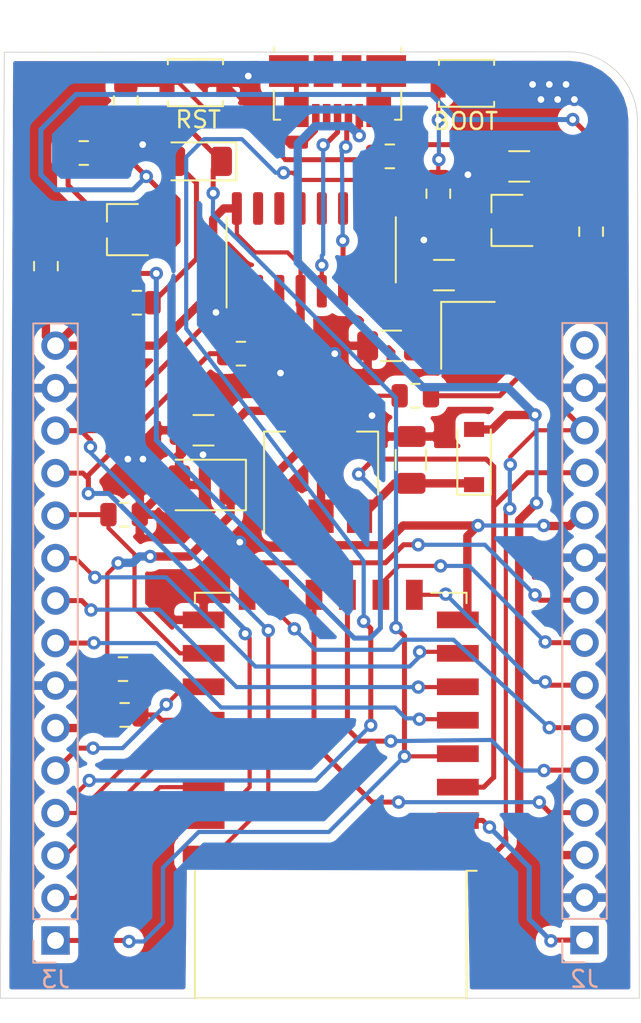
<source format=kicad_pcb>
(kicad_pcb (version 20171130) (host pcbnew "(5.1.4)-1")
  (layers (0 F.Cu signal) (31 B.Cu signal) (34 B.Paste user) (35 F.Paste user) (36 B.SilkS user) (37 F.SilkS user) (38 B.Mask user) (39 F.Mask user) (44 Edge.Cuts user))
  (net 0 "")
  (net 1 GND)
  (net 2 5V)
  (net 3 "Net-(C2-Pad1)")
  (net 4 "Net-(C3-Pad1)")
  (net 5 3V3)
  (net 6 nRST)
  (net 7 VUSB)
  (net 8 GPIO16)
  (net 9 "Net-(D2-Pad2)")
  (net 10 D-)
  (net 11 D+)
  (net 12 "Net-(J1-Pad4)")
  (net 13 "Net-(J1-Pad6)")
  (net 14 ADC)
  (net 15 GPIO10)
  (net 16 GPIO9)
  (net 17 MOSI)
  (net 18 CS)
  (net 19 MISO)
  (net 20 SCK)
  (net 21 EN)
  (net 22 Vin)
  (net 23 TXD)
  (net 24 RXD)
  (net 25 GPIO15)
  (net 26 GPIO13)
  (net 27 GPIO12)
  (net 28 GPIO14)
  (net 29 GPIO2)
  (net 30 GPIO0)
  (net 31 GPIO4)
  (net 32 GPIO5)
  (net 33 "Net-(Q0-Pad2)")
  (net 34 DTR)
  (net 35 "Net-(Q1-Pad2)")
  (net 36 "Net-(R7-Pad2)")
  (net 37 "Net-(R9-Pad2)")
  (net 38 "Net-(R12-Pad2)")
  (net 39 "Net-(U2-Pad9)")
  (net 40 "Net-(U2-Pad10)")
  (net 41 "Net-(U2-Pad11)")
  (net 42 "Net-(U2-Pad12)")
  (net 43 nDTR)
  (net 44 nRTS)
  (net 45 "Net-(U2-Pad15)")
  (module Capacitor_SMD:C_1206_3216Metric (layer F.Cu) (at 151.32304 75.14844 90)
    (fp_text reference C1 hide)
    (fp_text value C)
    (pad 2 smd roundrect (at 1.4 0 90) (size 1.25 1.75) (layers F.Cu F.Paste F.Mask) (roundrect_rratio 0.2) (net 1 GND))
    (pad 1 smd roundrect (at -1.4 0 90) (size 1.25 1.75) (layers F.Cu F.Paste F.Mask) (roundrect_rratio 0.2) (net 2 5V))
  )
  (module Capacitor_SMD:C_1206_3216Metric (layer F.Cu) (at 150.1364 68.326 180)
    (fp_text reference C2 hide)
    (fp_text value C)
    (pad 1 smd roundrect (at -1.4 0 180) (size 1.25 1.75) (layers F.Cu F.Paste F.Mask) (roundrect_rratio 0.2) (net 3 "Net-(C2-Pad1)"))
    (pad 2 smd roundrect (at 1.4 0 180) (size 1.25 1.75) (layers F.Cu F.Paste F.Mask) (roundrect_rratio 0.2) (net 1 GND))
  )
  (module Capacitor_SMD:C_1206_3216Metric (layer F.Cu) (at 153.3 64.1)
    (fp_text reference C3 hide)
    (fp_text value C)
    (pad 2 smd roundrect (at 1.4 0) (size 1.25 1.75) (layers F.Cu F.Paste F.Mask) (roundrect_rratio 0.2) (net 1 GND))
    (pad 1 smd roundrect (at -1.4 0) (size 1.25 1.75) (layers F.Cu F.Paste F.Mask) (roundrect_rratio 0.2) (net 4 "Net-(C3-Pad1)"))
  )
  (module Capacitor_SMD:C_1206_3216Metric (layer F.Cu) (at 138.9223 73.37552 180)
    (fp_text reference C4 hide)
    (fp_text value C)
    (pad 1 smd roundrect (at -1.4 0 180) (size 1.25 1.75) (layers F.Cu F.Paste F.Mask) (roundrect_rratio 0.2) (net 5 3V3))
    (pad 2 smd roundrect (at 1.4 0 180) (size 1.25 1.75) (layers F.Cu F.Paste F.Mask) (roundrect_rratio 0.2) (net 1 GND))
  )
  (module Capacitor_SMD:C_1206_3216Metric (layer F.Cu) (at 157.8 57.6)
    (fp_text reference C5 hide)
    (fp_text value C)
    (pad 1 smd roundrect (at -1.4 0) (size 1.25 1.75) (layers F.Cu F.Paste F.Mask) (roundrect_rratio 0.2) (net 6 nRST))
    (pad 2 smd roundrect (at 1.4 0) (size 1.25 1.75) (layers F.Cu F.Paste F.Mask) (roundrect_rratio 0.2) (net 1 GND))
  )
  (module Capacitor_Tantalum_SMD:CP_EIA-3528-21_Kemet-B (layer F.Cu) (at 139.0015 76.64704 180)
    (fp_text reference CPP1 hide)
    (fp_text value CP)
    (pad 1 smd roundrect (at -1.5375 0 180) (size 1.325 2.35) (layers F.Cu F.Paste F.Mask) (roundrect_rratio 0.188679) (net 5 3V3))
    (pad 2 smd roundrect (at 1.5375 0 180) (size 1.325 2.35) (layers F.Cu F.Paste F.Mask) (roundrect_rratio 0.188679) (net 1 GND))
  )
  (module Diode_SMD:D_SOD-123 (layer F.Cu) (at 155.10002 74.97672 90)
    (fp_text reference D1 hide)
    (fp_text value 1N5819)
    (pad 1 smd rect (at -1.65 0 90) (size 0.9 1.2) (layers F.Cu F.Paste F.Mask) (net 2 5V))
    (pad 2 smd rect (at 1.65 0 90) (size 0.9 1.2) (layers F.Cu F.Paste F.Mask) (net 7 VUSB))
  )
  (module LED_SMD:LED_1206_3216Metric (layer F.Cu) (at 138.6 57.3 180)
    (fp_text reference D2 hide)
    (fp_text value LED)
    (pad 1 smd roundrect (at -1.4 0 180) (size 1.25 1.75) (layers F.Cu F.Paste F.Mask) (roundrect_rratio 0.2) (net 8 GPIO16))
    (pad 2 smd roundrect (at 1.4 0 180) (size 1.25 1.75) (layers F.Cu F.Paste F.Mask) (roundrect_rratio 0.2) (net 9 "Net-(D2-Pad2)"))
  )
  (module Connector_PinHeader_2.54mm:PinHeader_1x15_P2.54mm_Vertical (layer B.Cu) (at 161.70656 103.85552)
    (fp_text reference J2 (at 0 2.33) (layer B.SilkS) (effects (justify mirror)))
    (fp_text value Conn_01x15_Male hide)
    (pad 1 thru_hole rect (at 0 0) (size 1.7 1.7) (drill 1) (layers *.Cu *.Mask) (net 14 ADC))
    (pad 2 thru_hole oval (at 0 -2.54) (size 1.7 1.7) (drill 1) (layers *.Cu *.Mask) (net 1 GND))
    (pad 3 thru_hole oval (at 0 -5.08) (size 1.7 1.7) (drill 1) (layers *.Cu *.Mask) (net 7 VUSB))
    (pad 4 thru_hole oval (at 0 -7.62) (size 1.7 1.7) (drill 1) (layers *.Cu *.Mask) (net 15 GPIO10))
    (pad 5 thru_hole oval (at 0 -10.16) (size 1.7 1.7) (drill 1) (layers *.Cu *.Mask) (net 16 GPIO9))
    (pad 6 thru_hole oval (at 0 -12.7) (size 1.7 1.7) (drill 1) (layers *.Cu *.Mask) (net 17 MOSI))
    (pad 7 thru_hole oval (at 0 -15.24) (size 1.7 1.7) (drill 1) (layers *.Cu *.Mask) (net 18 CS))
    (pad 8 thru_hole oval (at 0 -17.78) (size 1.7 1.7) (drill 1) (layers *.Cu *.Mask) (net 19 MISO))
    (pad 9 thru_hole oval (at 0 -20.32) (size 1.7 1.7) (drill 1) (layers *.Cu *.Mask) (net 20 SCK))
    (pad 10 thru_hole oval (at 0 -22.86) (size 1.7 1.7) (drill 1) (layers *.Cu *.Mask) (net 1 GND))
    (pad 11 thru_hole oval (at 0 -25.4) (size 1.7 1.7) (drill 1) (layers *.Cu *.Mask) (net 5 3V3))
    (pad 12 thru_hole oval (at 0 -27.94) (size 1.7 1.7) (drill 1) (layers *.Cu *.Mask) (net 21 EN))
    (pad 13 thru_hole oval (at 0 -30.48) (size 1.7 1.7) (drill 1) (layers *.Cu *.Mask) (net 6 nRST))
    (pad 14 thru_hole oval (at 0 -33.02) (size 1.7 1.7) (drill 1) (layers *.Cu *.Mask) (net 1 GND))
    (pad 15 thru_hole oval (at 0 -35.56) (size 1.7 1.7) (drill 1) (layers *.Cu *.Mask) (net 22 Vin))
  )
  (module Connector_PinHeader_2.54mm:PinHeader_1x15_P2.54mm_Vertical (layer B.Cu) (at 130.0734 103.87838)
    (fp_text reference J3 (at 0 2.33) (layer B.SilkS) (effects (justify mirror)))
    (fp_text value Conn_01x15_Male hide)
    (pad 15 thru_hole oval (at 0 -35.56) (size 1.7 1.7) (drill 1) (layers *.Cu *.Mask) (net 5 3V3))
    (pad 14 thru_hole oval (at 0 -33.02) (size 1.7 1.7) (drill 1) (layers *.Cu *.Mask) (net 1 GND))
    (pad 13 thru_hole oval (at 0 -30.48) (size 1.7 1.7) (drill 1) (layers *.Cu *.Mask) (net 23 TXD))
    (pad 12 thru_hole oval (at 0 -27.94) (size 1.7 1.7) (drill 1) (layers *.Cu *.Mask) (net 24 RXD))
    (pad 11 thru_hole oval (at 0 -25.4) (size 1.7 1.7) (drill 1) (layers *.Cu *.Mask) (net 25 GPIO15))
    (pad 10 thru_hole oval (at 0 -22.86) (size 1.7 1.7) (drill 1) (layers *.Cu *.Mask) (net 26 GPIO13))
    (pad 9 thru_hole oval (at 0 -20.32) (size 1.7 1.7) (drill 1) (layers *.Cu *.Mask) (net 27 GPIO12))
    (pad 8 thru_hole oval (at 0 -17.78) (size 1.7 1.7) (drill 1) (layers *.Cu *.Mask) (net 28 GPIO14))
    (pad 7 thru_hole oval (at 0 -15.24) (size 1.7 1.7) (drill 1) (layers *.Cu *.Mask) (net 1 GND))
    (pad 6 thru_hole oval (at 0 -12.7) (size 1.7 1.7) (drill 1) (layers *.Cu *.Mask) (net 5 3V3))
    (pad 5 thru_hole oval (at 0 -10.16) (size 1.7 1.7) (drill 1) (layers *.Cu *.Mask) (net 29 GPIO2))
    (pad 4 thru_hole oval (at 0 -7.62) (size 1.7 1.7) (drill 1) (layers *.Cu *.Mask) (net 30 GPIO0))
    (pad 3 thru_hole oval (at 0 -5.08) (size 1.7 1.7) (drill 1) (layers *.Cu *.Mask) (net 31 GPIO4))
    (pad 2 thru_hole oval (at 0 -2.54) (size 1.7 1.7) (drill 1) (layers *.Cu *.Mask) (net 32 GPIO5))
    (pad 1 thru_hole rect (at 0 0) (size 1.7 1.7) (drill 1) (layers *.Cu *.Mask) (net 8 GPIO16))
  )
  (module Resistor_SMD:R_0805_2012Metric (layer F.Cu) (at 134.20574 90.39352 180)
    (fp_text reference R1 hide)
    (fp_text value R)
    (pad 1 smd roundrect (at -0.9375 0 180) (size 0.975 1.4) (layers F.Cu F.Paste F.Mask) (net 30 GPIO0))
    (pad 2 smd roundrect (at 0.9375 0 180) (size 0.975 1.4) (layers F.Cu F.Paste F.Mask) (net 5 3V3))
  )
  (module Resistor_SMD:R_0805_2012Metric (layer F.Cu) (at 134.10922 87.6554 180)
    (fp_text reference R2 hide)
    (fp_text value R)
    (pad 1 smd roundrect (at -0.9375 0 180) (size 0.975 1.4) (layers F.Cu F.Paste F.Mask) (net 29 GPIO2))
    (pad 2 smd roundrect (at 0.9375 0 180) (size 0.975 1.4) (layers F.Cu F.Paste F.Mask) (net 5 3V3))
  )
  (module Resistor_SMD:R_0805_2012Metric (layer F.Cu) (at 129.5 63.5625 270)
    (fp_text reference R3 hide)
    (fp_text value R)
    (pad 2 smd roundrect (at 0.9375 0 270) (size 0.975 1.4) (layers F.Cu F.Paste F.Mask) (net 5 3V3))
    (pad 1 smd roundrect (at -0.9375 0 270) (size 0.975 1.4) (layers F.Cu F.Paste F.Mask) (net 21 EN))
  )
  (module Resistor_SMD:R_0805_2012Metric (layer F.Cu) (at 151.5872 71.31304 180)
    (fp_text reference R4 hide)
    (fp_text value R)
    (pad 2 smd roundrect (at 0.9375 0 180) (size 0.975 1.4) (layers F.Cu F.Paste F.Mask) (net 5 3V3))
    (pad 1 smd roundrect (at -0.9375 0 180) (size 0.975 1.4) (layers F.Cu F.Paste F.Mask) (net 6 nRST))
  )
  (module Resistor_SMD:R_0805_2012Metric (layer F.Cu) (at 134.1755 78.41996)
    (fp_text reference R5 hide)
    (fp_text value R)
    (pad 1 smd roundrect (at -0.9375 0) (size 0.975 1.4) (layers F.Cu F.Paste F.Mask) (net 25 GPIO15))
    (pad 2 smd roundrect (at 0.9375 0) (size 0.975 1.4) (layers F.Cu F.Paste F.Mask) (net 1 GND))
  )
  (module Resistor_SMD:R_0805_2012Metric (layer F.Cu) (at 134.9375 65.75)
    (fp_text reference R6 hide)
    (fp_text value R)
    (pad 1 smd roundrect (at -0.9375 0) (size 0.975 1.4) (layers F.Cu F.Paste F.Mask) (net 5 3V3))
    (pad 2 smd roundrect (at 0.9375 0) (size 0.975 1.4) (layers F.Cu F.Paste F.Mask) (net 9 "Net-(D2-Pad2)"))
  )
  (module Resistor_SMD:R_0805_2012Metric (layer F.Cu) (at 134.2771 53.66512 90)
    (fp_text reference R7 hide)
    (fp_text value R)
    (pad 2 smd roundrect (at 0.9375 0 90) (size 0.975 1.4) (layers F.Cu F.Paste F.Mask) (net 36 "Net-(R7-Pad2)"))
    (pad 1 smd roundrect (at -0.9375 0 90) (size 0.975 1.4) (layers F.Cu F.Paste F.Mask) (net 8 GPIO16))
  )
  (module Resistor_SMD:R_0805_2012Metric (layer F.Cu) (at 150.0625 57 180)
    (fp_text reference R8 hide)
    (fp_text value R)
    (pad 2 smd roundrect (at 0.9375 0 180) (size 0.975 1.4) (layers F.Cu F.Paste F.Mask) (net 36 "Net-(R7-Pad2)"))
    (pad 1 smd roundrect (at -0.9375 0 180) (size 0.975 1.4) (layers F.Cu F.Paste F.Mask) (net 6 nRST))
  )
  (module Resistor_SMD:R_0805_2012Metric (layer F.Cu) (at 152.96388 59.2328 90)
    (fp_text reference R9 hide)
    (fp_text value R)
    (pad 1 smd roundrect (at -0.9375 0 90) (size 0.975 1.4) (layers F.Cu F.Paste F.Mask) (net 30 GPIO0))
    (pad 2 smd roundrect (at 0.9375 0 90) (size 0.975 1.4) (layers F.Cu F.Paste F.Mask) (net 37 "Net-(R9-Pad2)"))
  )
  (module Resistor_SMD:R_0805_2012Metric (layer F.Cu) (at 162.1 61.5 90)
    (fp_text reference R10 hide)
    (fp_text value R)
    (pad 1 smd roundrect (at -0.9375 0 90) (size 0.975 1.4) (layers F.Cu F.Paste F.Mask) (net 34 DTR))
    (pad 2 smd roundrect (at 0.9375 0 90) (size 0.975 1.4) (layers F.Cu F.Paste F.Mask) (net 35 "Net-(Q1-Pad2)"))
  )
  (module Resistor_SMD:R_0805_2012Metric (layer F.Cu) (at 131.7625 56.8 180)
    (fp_text reference R11 hide)
    (fp_text value R)
    (pad 2 smd roundrect (at 0.9375 0 180) (size 0.975 1.4) (layers F.Cu F.Paste F.Mask) (net 33 "Net-(Q0-Pad2)"))
    (pad 1 smd roundrect (at -0.9375 0 180) (size 0.975 1.4) (layers F.Cu F.Paste F.Mask) (net 34 DTR))
  )
  (module Resistor_SMD:R_0805_2012Metric (layer F.Cu) (at 141.16026 68.7959)
    (fp_text reference R12 hide)
    (fp_text value R)
    (pad 2 smd roundrect (at 0.9375 0) (size 0.975 1.4) (layers F.Cu F.Paste F.Mask) (net 38 "Net-(R12-Pad2)"))
    (pad 1 smd roundrect (at -0.9375 0) (size 0.975 1.4) (layers F.Cu F.Paste F.Mask) (net 24 RXD))
  )
  (module Button_Switch_SMD:SW_SPST_B3U-1000P (layer F.Cu) (at 138.44016 52.59832)
    (fp_text reference RST (at 0.15984 2.20168) (layer F.SilkS))
    (fp_text value SW_Push)
    (pad 1 smd rect (at -1.7 0) (size 0.9 1.7) (layers F.Cu F.Paste F.Mask) (net 36 "Net-(R7-Pad2)"))
    (pad 2 smd rect (at 1.7 0) (size 0.9 1.7) (layers F.Cu F.Paste F.Mask) (net 1 GND))
  )
  (module Button_Switch_SMD:SW_SPST_B3U-1000P (layer F.Cu) (at 154.65044 52.63388)
    (fp_text reference BOOT (at -0.05044 2.26612) (layer F.SilkS))
    (fp_text value SW_Push)
    (pad 2 smd rect (at 1.7 0) (size 0.9 1.7) (layers F.Cu F.Paste F.Mask) (net 1 GND))
    (pad 1 smd rect (at -1.7 0) (size 0.9 1.7) (layers F.Cu F.Paste F.Mask) (net 37 "Net-(R9-Pad2)"))
  )
  (module Package_TO_SOT_SMD:SOT-223-3_TabPin2 (layer F.Cu) (at 145.95348 75.36434 90)
    (fp_text reference U1 hide)
    (fp_text value NCP1117-3.3_SOT223)
    (pad 2 smd rect (at 3.15 0 90) (size 2 3.8) (layers F.Cu F.Paste F.Mask) (net 5 3V3))
    (pad 2 smd rect (at -3.15 0 90) (size 2 1.5) (layers F.Cu F.Paste F.Mask) (net 5 3V3))
    (pad 3 smd rect (at -3.15 2.3 90) (size 2 1.5) (layers F.Cu F.Paste F.Mask) (net 2 5V))
    (pad 1 smd rect (at -3.15 -2.3 90) (size 2 1.5) (layers F.Cu F.Paste F.Mask) (net 1 GND))
  )
  (module Package_SO:SOIC-16_3.9x9.9mm_P1.27mm (layer F.Cu) (at 145.36166 62.58918 90)
    (fp_text reference U2 hide)
    (fp_text value CH340G)
    (pad 1 smd roundrect (at -2.475 -4.445 90) (size 1.95 0.6) (layers F.Cu F.Paste F.Mask) (net 1 GND))
    (pad 2 smd roundrect (at -2.475 -3.175 90) (size 1.95 0.6) (layers F.Cu F.Paste F.Mask) (net 23 TXD))
    (pad 3 smd roundrect (at -2.475 -1.905 90) (size 1.95 0.6) (layers F.Cu F.Paste F.Mask) (net 38 "Net-(R12-Pad2)"))
    (pad 4 smd roundrect (at -2.475 -0.635 90) (size 1.95 0.6) (layers F.Cu F.Paste F.Mask) (net 5 3V3))
    (pad 5 smd roundrect (at -2.475 0.635 90) (size 1.95 0.6) (layers F.Cu F.Paste F.Mask) (net 11 D+))
    (pad 6 smd roundrect (at -2.475 1.905 90) (size 1.95 0.6) (layers F.Cu F.Paste F.Mask) (net 10 D-))
    (pad 7 smd roundrect (at -2.475 3.175 90) (size 1.95 0.6) (layers F.Cu F.Paste F.Mask) (net 3 "Net-(C2-Pad1)"))
    (pad 8 smd roundrect (at -2.475 4.445 90) (size 1.95 0.6) (layers F.Cu F.Paste F.Mask) (net 4 "Net-(C3-Pad1)"))
    (pad 9 smd roundrect (at 2.475 4.445 90) (size 1.95 0.6) (layers F.Cu F.Paste F.Mask) (net 39 "Net-(U2-Pad9)"))
    (pad 10 smd roundrect (at 2.475 3.175 90) (size 1.95 0.6) (layers F.Cu F.Paste F.Mask) (net 40 "Net-(U2-Pad10)"))
    (pad 11 smd roundrect (at 2.475 1.905 90) (size 1.95 0.6) (layers F.Cu F.Paste F.Mask) (net 41 "Net-(U2-Pad11)"))
    (pad 12 smd roundrect (at 2.475 0.635 90) (size 1.95 0.6) (layers F.Cu F.Paste F.Mask) (net 42 "Net-(U2-Pad12)"))
    (pad 13 smd roundrect (at 2.475 -0.635 90) (size 1.95 0.6) (layers F.Cu F.Paste F.Mask) (net 43 nDTR))
    (pad 14 smd roundrect (at 2.475 -1.905 90) (size 1.95 0.6) (layers F.Cu F.Paste F.Mask) (net 44 nRTS))
    (pad 15 smd roundrect (at 2.475 -3.175 90) (size 1.95 0.6) (layers F.Cu F.Paste F.Mask) (net 45 "Net-(U2-Pad15)"))
    (pad 16 smd roundrect (at 2.475 -4.445 90) (size 1.95 0.6) (layers F.Cu F.Paste F.Mask) (net 5 3V3))
  )
  (module Crystal:Crystal_SMD_SeikoEpson_FA238-4Pin_3.2x2.5mm (layer F.Cu) (at 154.73426 67.70116 270)
    (fp_text reference Y1 hide)
    (fp_text value Crystal)
    (pad 1 smd rect (at -1.1 0.8 270) (size 1.4 1.2) (layers F.Cu F.Paste F.Mask) (net 4 "Net-(C3-Pad1)"))
    (pad 2 smd rect (at 1.1 0.8 270) (size 1.4 1.2) (layers F.Cu F.Paste F.Mask) (net 3 "Net-(C2-Pad1)"))
    (pad 3 smd rect (at 1.1 -0.8 270) (size 1.4 1.2) (layers F.Cu F.Paste F.Mask))
    (pad 4 smd rect (at -1.1 -0.8 270) (size 1.4 1.2) (layers F.Cu F.Paste F.Mask))
  )
  (module RF_Module:ESP-12E (layer F.Cu) (at 146.53006 95.2119 180)
    (fp_text reference U3 hide)
    (fp_text value ESP-12E)
    (pad 22 smd rect (at 7.6 -3.5 180) (size 2.5 1) (layers F.Cu F.Paste F.Mask) (net 23 TXD))
    (pad 21 smd rect (at 7.6 -1.5 180) (size 2.5 1) (layers F.Cu F.Paste F.Mask) (net 24 RXD))
    (pad 20 smd rect (at 7.6 0.5 180) (size 2.5 1) (layers F.Cu F.Paste F.Mask) (net 32 GPIO5))
    (pad 19 smd rect (at 7.6 2.5 180) (size 2.5 1) (layers F.Cu F.Paste F.Mask) (net 31 GPIO4))
    (pad 18 smd rect (at 7.6 4.5 180) (size 2.5 1) (layers F.Cu F.Paste F.Mask) (net 30 GPIO0))
    (pad 17 smd rect (at 7.6 6.5 180) (size 2.5 1) (layers F.Cu F.Paste F.Mask) (net 29 GPIO2))
    (pad 16 smd rect (at 7.6 8.5 180) (size 2.5 1) (layers F.Cu F.Paste F.Mask) (net 25 GPIO15))
    (pad 15 smd rect (at 7.6 10.5 180) (size 2.5 1) (layers F.Cu F.Paste F.Mask) (net 1 GND))
    (pad 14 smd rect (at 5 12 180) (size 1 1.8) (layers F.Cu F.Paste F.Mask) (net 20 SCK))
    (pad 13 smd rect (at 3 12 180) (size 1 1.8) (layers F.Cu F.Paste F.Mask) (net 17 MOSI))
    (pad 12 smd rect (at 1 12 180) (size 1 1.8) (layers F.Cu F.Paste F.Mask) (net 15 GPIO10))
    (pad 11 smd rect (at -1 12 180) (size 1 1.8) (layers F.Cu F.Paste F.Mask) (net 16 GPIO9))
    (pad 10 smd rect (at -3 12 180) (size 1 1.8) (layers F.Cu F.Paste F.Mask) (net 19 MISO))
    (pad 9 smd rect (at -5 12 180) (size 1 1.8) (layers F.Cu F.Paste F.Mask) (net 18 CS))
    (pad 8 smd rect (at -7.6 10.5 180) (size 2.5 1) (layers F.Cu F.Paste F.Mask) (net 5 3V3))
    (pad 7 smd rect (at -7.6 8.5 180) (size 2.5 1) (layers F.Cu F.Paste F.Mask) (net 26 GPIO13))
    (pad 6 smd rect (at -7.6 6.5 180) (size 2.5 1) (layers F.Cu F.Paste F.Mask) (net 27 GPIO12))
    (pad 5 smd rect (at -7.6 4.5 180) (size 2.5 1) (layers F.Cu F.Paste F.Mask) (net 28 GPIO14))
    (pad 4 smd rect (at -7.6 2.5 180) (size 2.5 1) (layers F.Cu F.Paste F.Mask) (net 8 GPIO16))
    (pad 3 smd rect (at -7.6 0.5 180) (size 2.5 1) (layers F.Cu F.Paste F.Mask) (net 21 EN))
    (pad 2 smd rect (at -7.6 -1.5 180) (size 2.5 1) (layers F.Cu F.Paste F.Mask) (net 14 ADC))
    (pad 1 smd rect (at -7.6 -3.5 180) (size 2.5 1) (layers F.Cu F.Paste F.Mask) (net 6 nRST))
  )
  (module Connector_USB:USB_Micro-B_Molex_47346-0001 (layer F.Cu) (at 146.9375 53.1 180)
    (fp_text reference J1 hide)
    (fp_text value USB_B_Micro)
    (pad 1 smd rect (at -1.3 -1.46 180) (size 0.45 1.38) (layers F.Cu F.Paste F.Mask) (net 7 VUSB))
    (pad 2 smd rect (at -0.65 -1.46 180) (size 0.45 1.38) (layers F.Cu F.Paste F.Mask) (net 10 D-))
    (pad 3 smd rect (at 0 -1.46 180) (size 0.45 1.38) (layers F.Cu F.Paste F.Mask) (net 11 D+))
    (pad 4 smd rect (at 0.65 -1.46 180) (size 0.45 1.38) (layers F.Cu F.Paste F.Mask) (net 12 "Net-(J1-Pad4)"))
    (pad 5 smd rect (at 1.3 -1.46 180) (size 0.45 1.38) (layers F.Cu F.Paste F.Mask) (net 1 GND))
    (pad 6 smd rect (at -2.4625 -1.1 180) (size 1.475 2.1) (layers F.Cu F.Paste F.Mask) (net 13 "Net-(J1-Pad6)"))
    (pad 6 smd rect (at 2.4625 -1.1 180) (size 1.475 2.1) (layers F.Cu F.Paste F.Mask) (net 13 "Net-(J1-Pad6)"))
    (pad 6 smd rect (at -2.91 1.2 180) (size 2.375 1.9) (layers F.Cu F.Paste F.Mask) (net 13 "Net-(J1-Pad6)"))
    (pad 6 smd rect (at 2.91 1.2 180) (size 2.375 1.9) (layers F.Cu F.Paste F.Mask) (net 13 "Net-(J1-Pad6)"))
    (pad 6 smd rect (at -0.84 1.2 180) (size 1.175 1.9) (layers F.Cu F.Paste F.Mask) (net 13 "Net-(J1-Pad6)"))
    (pad 6 smd rect (at 0.84 1.2 180) (size 1.175 1.9) (layers F.Cu F.Paste F.Mask) (net 13 "Net-(J1-Pad6)"))
  )
  (module Package_TO_SOT_SMD:TSOT-23_HandSoldering (layer F.Cu) (at 134.1 61.4 180)
    (fp_text reference Q0 hide)
    (fp_text value S8050)
    (pad 1 smd rect (at -1.71 -0.95 180) (size 2 0.65) (layers F.Cu F.Paste F.Mask) (net 34 DTR))
    (pad 2 smd rect (at -1.71 0.95 180) (size 2 0.65) (layers F.Cu F.Paste F.Mask) (net 33 "Net-(Q0-Pad2)"))
    (pad 3 smd rect (at 1.71 0 180) (size 2 0.65) (layers F.Cu F.Paste F.Mask) (net 21 EN))
  )
  (module Package_TO_SOT_SMD:TSOT-23_HandSoldering (layer F.Cu) (at 157.09 60.85 180)
    (fp_text reference Q1 hide)
    (fp_text value S8050)
    (pad 3 smd rect (at 1.71 0 180) (size 2 0.65) (layers F.Cu F.Paste F.Mask) (net 6 nRST))
    (pad 2 smd rect (at -1.71 0.95 180) (size 2 0.65) (layers F.Cu F.Paste F.Mask) (net 35 "Net-(Q1-Pad2)"))
    (pad 1 smd rect (at -1.71 -0.95 180) (size 2 0.65) (layers F.Cu F.Paste F.Mask) (net 34 DTR))
  )
  (gr_arc (start 160.75 54.86632) (end 164.86632 54.86632) (angle -90) (layer Edge.Cuts) (width 0.05))
  (gr_line (start 126.77902 107.33278) (end 127.01016 50.7746) (layer Edge.Cuts) (width 0.05))
  (gr_line (start 164.98062 107.33278) (end 126.77902 107.33278) (layer Edge.Cuts) (width 0.05))
  (gr_line (start 164.86632 54.86632) (end 164.98062 107.33278) (layer Edge.Cuts) (width 0.05))
  (gr_line (start 127.01016 50.7746) (end 160.75 50.75) (layer Edge.Cuts) (width 0.05))
  (segment (start 155.53426 68.80116) (end 155.53426 66.60116) (width 0.3) (layer F.Cu) (net 0))
  (via (at 143.52778 69.95414) (size 0.8) (drill 0.4) (layers F.Cu B.Cu) (net 1))
  (via (at 135.28548 56.29656) (size 0.8) (drill 0.4) (layers F.Cu B.Cu) (net 1))
  (segment (start 137.464 73.43382) (end 137.5223 73.37552) (width 0.25) (layer F.Cu) (net 1))
  (segment (start 137.464 76.64704) (end 137.464 73.43382) (width 0.25) (layer F.Cu) (net 1))
  (via (at 138.89482 74.83856) (size 0.8) (drill 0.4) (layers F.Cu B.Cu) (net 1))
  (via (at 141.09192 80.06588) (size 0.8) (drill 0.4) (layers F.Cu B.Cu) (net 1))
  (via (at 154.73172 58.09488) (size 0.8) (drill 0.4) (layers F.Cu B.Cu) (net 1))
  (via (at 146.76924 68.79802) (size 0.8) (drill 0.4) (layers F.Cu B.Cu) (net 1))
  (segment (start 147.24126 68.326) (end 146.76924 68.79802) (width 0.5) (layer F.Cu) (net 1))
  (segment (start 148.7364 68.326) (end 147.24126 68.326) (width 0.5) (layer F.Cu) (net 1))
  (via (at 149 72.5) (size 0.8) (drill 0.4) (layers F.Cu B.Cu) (net 1))
  (via (at 152.1 62) (size 0.8) (drill 0.4) (layers F.Cu B.Cu) (net 1))
  (via (at 158.6 52.7) (size 0.8) (drill 0.4) (layers F.Cu B.Cu) (net 1))
  (via (at 159.6 52.7) (size 0.8) (drill 0.4) (layers F.Cu B.Cu) (net 1))
  (via (at 160.6 52.7) (size 0.8) (drill 0.4) (layers F.Cu B.Cu) (net 1))
  (via (at 159.1 53.6) (size 0.8) (drill 0.4) (layers F.Cu B.Cu) (net 1))
  (via (at 160.1 53.6) (size 0.8) (drill 0.4) (layers F.Cu B.Cu) (net 1))
  (via (at 161.1 53.6) (size 0.8) (drill 0.4) (layers F.Cu B.Cu) (net 1))
  (segment (start 140.19832 52.59832) (end 140.14016 52.59832) (width 0.25) (layer F.Cu) (net 1))
  (via (at 139.66698 66.32956) (size 0.8) (drill 0.4) (layers F.Cu B.Cu) (net 1))
  (segment (start 140.91666 65.06418) (end 140.91666 65.07988) (width 0.5) (layer F.Cu) (net 1))
  (via (at 134.4 75.1) (size 0.8) (drill 0.4) (layers F.Cu B.Cu) (net 1))
  (via (at 135.3 75.1) (size 0.8) (drill 0.4) (layers F.Cu B.Cu) (net 1))
  (segment (start 145.6375 54.56) (end 145.6375 55.5) (width 0.25) (layer F.Cu) (net 1))
  (segment (start 145.0375 56.1) (end 143.7 56.1) (width 0.25) (layer F.Cu) (net 1))
  (segment (start 145.6375 55.5) (end 145.0375 56.1) (width 0.25) (layer F.Cu) (net 1))
  (segment (start 143.7 56.1) (end 140.19832 52.59832) (width 0.25) (layer F.Cu) (net 1))
  (via (at 141.6 52.2) (size 0.8) (drill 0.4) (layers F.Cu B.Cu) (net 1))
  (segment (start 136.88592 76.64704) (end 135.113 78.41996) (width 0.5) (layer F.Cu) (net 1))
  (segment (start 137.464 76.64704) (end 136.88592 76.64704) (width 0.5) (layer F.Cu) (net 1))
  (segment (start 140.91666 65.07988) (end 139.66698 66.32956) (width 0.5) (layer F.Cu) (net 1))
  (segment (start 155.02174 76.54844) (end 155.10002 76.62672) (width 0.5) (layer F.Cu) (net 2))
  (segment (start 151.32304 76.54844) (end 155.02174 76.54844) (width 0.5) (layer F.Cu) (net 2))
  (segment (start 148.25348 78.51434) (end 148.38566 78.51434) (width 0.5) (layer F.Cu) (net 2))
  (segment (start 150.35156 76.54844) (end 151.32304 76.54844) (width 0.5) (layer F.Cu) (net 2))
  (segment (start 148.38566 78.51434) (end 150.35156 76.54844) (width 0.5) (layer F.Cu) (net 2))
  (segment (start 151.026 68.326) (end 151.5364 68.326) (width 0.3) (layer F.Cu) (net 3))
  (segment (start 148.53666 65.06418) (end 148.53666 65.83666) (width 0.3) (layer F.Cu) (net 3))
  (segment (start 148.53666 65.83666) (end 151.026 68.326) (width 0.3) (layer F.Cu) (net 3))
  (segment (start 151.5364 68.326) (end 152.226 68.326) (width 0.3) (layer F.Cu) (net 3))
  (segment (start 152.226 68.326) (end 152.70116 68.80116) (width 0.3) (layer F.Cu) (net 3))
  (segment (start 152.70116 68.80116) (end 153.93426 68.80116) (width 0.3) (layer F.Cu) (net 3))
  (segment (start 152.29794 64.1477) (end 151.73198 64.1477) (width 0.25) (layer F.Cu) (net 4))
  (segment (start 150.93582 65.06418) (end 151.9 64.1) (width 0.3) (layer F.Cu) (net 4))
  (segment (start 149.80666 65.06418) (end 150.93582 65.06418) (width 0.3) (layer F.Cu) (net 4))
  (segment (start 153.10116 66.60116) (end 153.93426 66.60116) (width 0.3) (layer F.Cu) (net 4))
  (segment (start 152.60116 66.60116) (end 153.10116 66.60116) (width 0.3) (layer F.Cu) (net 4))
  (segment (start 151.9 64.1) (end 151.9 65.9) (width 0.3) (layer F.Cu) (net 4))
  (segment (start 151.9 65.9) (end 152.60116 66.60116) (width 0.3) (layer F.Cu) (net 4))
  (segment (start 146.85478 71.31304) (end 145.95348 72.21434) (width 0.25) (layer F.Cu) (net 5))
  (segment (start 150.6497 71.31304) (end 146.85478 71.31304) (width 0.25) (layer F.Cu) (net 5))
  (segment (start 130.0734 91.2241) (end 130.05816 91.23934) (width 0.25) (layer F.Cu) (net 5))
  (segment (start 133.17172 90.297) (end 133.26824 90.39352) (width 0.25) (layer F.Cu) (net 5))
  (segment (start 133.17172 87.6554) (end 133.17172 90.297) (width 0.25) (layer F.Cu) (net 5))
  (segment (start 140.91666 61.66612) (end 140.91666 60.11418) (width 0.25) (layer F.Cu) (net 5))
  (segment (start 141.99362 62.74308) (end 140.91666 61.66612) (width 0.25) (layer F.Cu) (net 5))
  (segment (start 143.94688 62.74308) (end 141.99362 62.74308) (width 0.25) (layer F.Cu) (net 5))
  (segment (start 144.72666 65.06418) (end 144.72666 63.52286) (width 0.25) (layer F.Cu) (net 5))
  (segment (start 144.72666 63.52286) (end 143.94688 62.74308) (width 0.25) (layer F.Cu) (net 5))
  (via (at 159.26562 79.0702) (size 0.8) (drill 0.4) (layers F.Cu B.Cu) (net 5))
  (via (at 155.33878 79.0702) (size 0.8) (drill 0.4) (layers F.Cu B.Cu) (net 5))
  (segment (start 159.26562 79.0702) (end 155.33878 79.0702) (width 0.25) (layer B.Cu) (net 5))
  (segment (start 145.95348 77.01434) (end 145.95348 72.21434) (width 0.5) (layer F.Cu) (net 5))
  (segment (start 145.95348 78.51434) (end 145.95348 77.01434) (width 0.5) (layer F.Cu) (net 5))
  (segment (start 142.60296 76.64704) (end 140.539 76.64704) (width 0.5) (layer F.Cu) (net 5))
  (segment (start 145.95348 72.21434) (end 145.95348 73.29652) (width 0.5) (layer F.Cu) (net 5))
  (segment (start 145.95348 73.29652) (end 142.60296 76.64704) (width 0.5) (layer F.Cu) (net 5))
  (segment (start 140.3223 76.43034) (end 140.539 76.64704) (width 0.5) (layer F.Cu) (net 5))
  (segment (start 140.3223 73.37552) (end 140.3223 76.43034) (width 0.5) (layer F.Cu) (net 5))
  (segment (start 141.48348 72.21434) (end 145.95348 72.21434) (width 0.5) (layer F.Cu) (net 5))
  (segment (start 140.3223 73.37552) (end 141.48348 72.21434) (width 0.5) (layer F.Cu) (net 5))
  (segment (start 150.857003 79.0702) (end 155.33878 79.0702) (width 0.5) (layer F.Cu) (net 5))
  (segment (start 149.677203 80.25) (end 150.857003 79.0702) (width 0.5) (layer F.Cu) (net 5))
  (segment (start 146.75 80.25) (end 149.677203 80.25) (width 0.5) (layer F.Cu) (net 5))
  (segment (start 145.95348 78.51434) (end 145.95348 79.45348) (width 0.5) (layer F.Cu) (net 5))
  (segment (start 145.95348 79.45348) (end 146.75 80.25) (width 0.5) (layer F.Cu) (net 5))
  (segment (start 132.11556 66.27622) (end 130.0734 68.31838) (width 0.5) (layer F.Cu) (net 5))
  (segment (start 131.275481 68.31838) (end 130.0734 68.31838) (width 0.5) (layer F.Cu) (net 5))
  (segment (start 136.187066 68.31838) (end 131.275481 68.31838) (width 0.5) (layer F.Cu) (net 5))
  (segment (start 139.5 65.005446) (end 136.187066 68.31838) (width 0.5) (layer F.Cu) (net 5))
  (segment (start 139.5 60.75) (end 139.5 65.005446) (width 0.5) (layer F.Cu) (net 5))
  (segment (start 140.91666 60.11418) (end 140.13582 60.11418) (width 0.5) (layer F.Cu) (net 5))
  (segment (start 140.13582 60.11418) (end 139.5 60.75) (width 0.5) (layer F.Cu) (net 5))
  (segment (start 132.64178 65.75) (end 132.11556 66.27622) (width 0.5) (layer F.Cu) (net 5))
  (segment (start 134 65.75) (end 132.64178 65.75) (width 0.5) (layer F.Cu) (net 5))
  (segment (start 129.5 67.74498) (end 130.0734 68.31838) (width 0.5) (layer F.Cu) (net 5))
  (segment (start 129.5 64.5) (end 129.5 67.74498) (width 0.5) (layer F.Cu) (net 5))
  (segment (start 159.29542 79.1) (end 159.26562 79.0702) (width 0.5) (layer F.Cu) (net 5))
  (segment (start 160.8 79.1) (end 159.29542 79.1) (width 0.5) (layer F.Cu) (net 5))
  (segment (start 161.70656 78.45552) (end 161.44448 78.45552) (width 0.5) (layer F.Cu) (net 5))
  (segment (start 161.44448 78.45552) (end 160.8 79.1) (width 0.5) (layer F.Cu) (net 5))
  (segment (start 133.17172 87.6554) (end 133.17172 81.95866) (width 0.25) (layer F.Cu) (net 5))
  (segment (start 133.17172 81.95866) (end 133.81736 81.31302) (width 0.25) (layer F.Cu) (net 5))
  (via (at 133.81736 81.31302) (size 0.8) (drill 0.4) (layers F.Cu B.Cu) (net 5))
  (via (at 135.73506 80.92186) (size 0.8) (drill 0.4) (layers F.Cu B.Cu) (net 5))
  (segment (start 138.07814 80.92186) (end 135.73506 80.92186) (width 0.5) (layer F.Cu) (net 5))
  (segment (start 140.539 76.64704) (end 140.539 78.461) (width 0.5) (layer F.Cu) (net 5))
  (segment (start 140.539 78.461) (end 138.07814 80.92186) (width 0.5) (layer F.Cu) (net 5))
  (segment (start 154.7 84.14196) (end 154.13006 84.7119) (width 0.5) (layer F.Cu) (net 5))
  (segment (start 155.33878 79.0702) (end 154.7 79.70898) (width 0.5) (layer F.Cu) (net 5))
  (segment (start 154.7 79.70898) (end 154.7 84.14196) (width 0.5) (layer F.Cu) (net 5))
  (segment (start 145.3 71.56086) (end 145.95348 72.21434) (width 0.5) (layer F.Cu) (net 5))
  (segment (start 145.3 69.2) (end 145.3 71.56086) (width 0.5) (layer F.Cu) (net 5))
  (segment (start 144.7 68.6) (end 145.3 69.2) (width 0.5) (layer F.Cu) (net 5))
  (segment (start 144.72666 65.06418) (end 144.72666 67.72666) (width 0.5) (layer F.Cu) (net 5))
  (segment (start 144.72666 67.72666) (end 144.7 68.6) (width 0.5) (layer F.Cu) (net 5))
  (segment (start 133.83038 81.3) (end 133.81736 81.31302) (width 0.5) (layer B.Cu) (net 5))
  (segment (start 134.7 81.3) (end 133.83038 81.3) (width 0.5) (layer B.Cu) (net 5))
  (segment (start 135.73506 80.92186) (end 135.07814 80.92186) (width 0.5) (layer B.Cu) (net 5))
  (segment (start 135.07814 80.92186) (end 134.7 81.3) (width 0.5) (layer B.Cu) (net 5))
  (segment (start 132.48338 91.17838) (end 133.26824 90.39352) (width 0.5) (layer F.Cu) (net 5))
  (segment (start 130.0734 91.17838) (end 132.48338 91.17838) (width 0.5) (layer F.Cu) (net 5))
  (via (at 157.2387 78.06182) (size 0.8) (drill 0.4) (layers F.Cu B.Cu) (net 6))
  (segment (start 151 57) (end 151.5875 57) (width 0.3) (layer F.Cu) (net 6))
  (segment (start 151.5875 57) (end 152.2875 56.3) (width 0.3) (layer F.Cu) (net 6))
  (segment (start 158.84906 73.37552) (end 161.70656 73.37552) (width 0.25) (layer F.Cu) (net 6))
  (segment (start 157.2387 78.06182) (end 157.2387 75.45578) (width 0.25) (layer B.Cu) (net 6))
  (via (at 157.26664 75.42784) (size 0.8) (drill 0.4) (layers F.Cu B.Cu) (net 6))
  (segment (start 157.2387 75.45578) (end 157.26664 75.42784) (width 0.25) (layer B.Cu) (net 6))
  (segment (start 157.26664 74.95794) (end 158.84906 73.37552) (width 0.25) (layer F.Cu) (net 6))
  (segment (start 157.26664 75.42784) (end 157.26664 74.95794) (width 0.25) (layer F.Cu) (net 6))
  (segment (start 157 78.30052) (end 157.2387 78.06182) (width 0.25) (layer F.Cu) (net 6))
  (segment (start 157 97.7) (end 157 78.30052) (width 0.25) (layer F.Cu) (net 6))
  (segment (start 157 98) (end 157 97.7) (width 0.3) (layer F.Cu) (net 6))
  (segment (start 154.13006 98.7119) (end 156.2881 98.7119) (width 0.3) (layer F.Cu) (net 6))
  (segment (start 156.2881 98.7119) (end 157 98) (width 0.3) (layer F.Cu) (net 6))
  (segment (start 160.856561 72.525521) (end 158.57601 70.24497) (width 0.3) (layer F.Cu) (net 6))
  (segment (start 161.70656 73.37552) (end 160.856561 72.525521) (width 0.3) (layer F.Cu) (net 6))
  (segment (start 156.63672 71.31304) (end 157.70479 70.24497) (width 0.3) (layer F.Cu) (net 6))
  (segment (start 152.5247 71.31304) (end 156.63672 71.31304) (width 0.3) (layer F.Cu) (net 6))
  (segment (start 157.70479 70.24497) (end 158.57601 70.24497) (width 0.3) (layer F.Cu) (net 6))
  (segment (start 155.1 56.3) (end 156.4 57.6) (width 0.3) (layer F.Cu) (net 6))
  (segment (start 152.2875 56.3) (end 155.1 56.3) (width 0.3) (layer F.Cu) (net 6))
  (segment (start 156.4 59.3) (end 156.4 57.6) (width 0.3) (layer F.Cu) (net 6))
  (segment (start 155.38 60.85) (end 155.38 60.32) (width 0.3) (layer F.Cu) (net 6))
  (segment (start 155.38 60.32) (end 156.4 59.3) (width 0.3) (layer F.Cu) (net 6))
  (segment (start 155.38 62.115) (end 155.38 60.85) (width 0.3) (layer F.Cu) (net 6))
  (segment (start 157.70479 70.24497) (end 157.70479 64.43979) (width 0.3) (layer F.Cu) (net 6))
  (segment (start 157.70479 64.43979) (end 155.38 62.115) (width 0.3) (layer F.Cu) (net 6))
  (via (at 158.83382 77.71384) (size 0.8) (drill 0.4) (layers F.Cu B.Cu) (net 7))
  (segment (start 158.83382 72.54748) (end 158.74746 72.46112) (width 0.25) (layer B.Cu) (net 7))
  (segment (start 158.83382 77.71384) (end 158.83382 72.54748) (width 0.25) (layer B.Cu) (net 7))
  (segment (start 158.433821 78.113839) (end 158.83382 77.71384) (width 0.5) (layer F.Cu) (net 7))
  (segment (start 157.798399 78.749261) (end 158.433821 78.113839) (width 0.5) (layer F.Cu) (net 7))
  (segment (start 157.798399 96.548399) (end 157.798399 78.749261) (width 0.5) (layer F.Cu) (net 7))
  (segment (start 161.70656 98.77552) (end 160.02552 98.77552) (width 0.5) (layer F.Cu) (net 7))
  (segment (start 160.02552 98.77552) (end 157.798399 96.548399) (width 0.5) (layer F.Cu) (net 7))
  (via (at 158.74746 72.46112) (size 0.8) (drill 0.4) (layers F.Cu B.Cu) (net 7))
  (segment (start 157.03888 72.46112) (end 158.74746 72.46112) (width 0.5) (layer F.Cu) (net 7))
  (segment (start 155.10002 73.32672) (end 156.17328 73.32672) (width 0.5) (layer F.Cu) (net 7))
  (segment (start 156.17328 73.32672) (end 157.03888 72.46112) (width 0.5) (layer F.Cu) (net 7))
  (segment (start 148.2375 54.56) (end 148.2375 55.7625) (width 0.25) (layer F.Cu) (net 7))
  (via (at 148.2375 55.7625) (size 0.8) (drill 0.4) (layers F.Cu B.Cu) (net 7))
  (segment (start 148.2 55.8) (end 148.2375 55.7625) (width 0.25) (layer F.Cu) (net 7))
  (segment (start 144.558121 63.123561) (end 144.54886 63.132822) (width 0.5) (layer B.Cu) (net 7))
  (segment (start 144.558121 63.327083) (end 152.031038 70.8) (width 0.5) (layer B.Cu) (net 7))
  (segment (start 144.558121 63.123561) (end 144.558121 63.327083) (width 0.5) (layer B.Cu) (net 7))
  (segment (start 157.08634 70.8) (end 158.74746 72.46112) (width 0.5) (layer B.Cu) (net 7))
  (segment (start 152.031038 70.8) (end 157.08634 70.8) (width 0.5) (layer B.Cu) (net 7))
  (segment (start 144.558121 56.244861) (end 144.558121 63.123561) (width 0.5) (layer B.Cu) (net 7))
  (segment (start 144.8 56) (end 144.558121 56.244861) (width 0.5) (layer B.Cu) (net 7))
  (segment (start 145.58446 55.2) (end 144.8 56) (width 0.5) (layer B.Cu) (net 7))
  (segment (start 148.2375 55.7625) (end 147.675 55.2) (width 0.5) (layer B.Cu) (net 7))
  (segment (start 147.675 55.2) (end 145.58446 55.2) (width 0.5) (layer B.Cu) (net 7))
  (segment (start 134.4676 103.93934) (end 134.4676 103.93934) (width 0.25) (layer F.Cu) (net 8))
  (via (at 134.4676 103.93934) (size 0.8) (drill 0.4) (layers F.Cu B.Cu) (net 8))
  (via (at 150.9395 92.87002) (size 0.8) (drill 0.4) (layers F.Cu B.Cu) (net 8))
  (segment (start 153.97194 92.87002) (end 154.13006 92.7119) (width 0.25) (layer F.Cu) (net 8))
  (segment (start 150.9395 92.87002) (end 153.97194 92.87002) (width 0.25) (layer F.Cu) (net 8))
  (via (at 150.4315 85.17382) (size 0.8) (drill 0.4) (layers F.Cu B.Cu) (net 8))
  (segment (start 138.63574 97.39122) (end 146.4183 97.39122) (width 0.25) (layer B.Cu) (net 8))
  (segment (start 136.5 99.52696) (end 138.63574 97.39122) (width 0.25) (layer B.Cu) (net 8))
  (segment (start 136.5 102.8) (end 136.5 99.52696) (width 0.25) (layer B.Cu) (net 8))
  (segment (start 146.4183 97.39122) (end 150.9395 92.87002) (width 0.25) (layer B.Cu) (net 8))
  (segment (start 134.4676 103.93934) (end 135.36066 103.93934) (width 0.25) (layer B.Cu) (net 8))
  (segment (start 135.36066 103.93934) (end 136.5 102.8) (width 0.25) (layer B.Cu) (net 8))
  (segment (start 134.40664 103.87838) (end 134.4676 103.93934) (width 0.3) (layer F.Cu) (net 8))
  (segment (start 130.0734 103.87838) (end 134.40664 103.87838) (width 0.3) (layer F.Cu) (net 8))
  (segment (start 150.4315 71.43496) (end 150.4315 85.17382) (width 0.25) (layer B.Cu) (net 8))
  (segment (start 139.48156 60.48502) (end 150.4315 71.43496) (width 0.25) (layer B.Cu) (net 8))
  (via (at 139.5 59.2) (size 0.8) (drill 0.4) (layers F.Cu B.Cu) (net 8))
  (segment (start 139.5 59.2) (end 139.48156 60.48502) (width 0.25) (layer B.Cu) (net 8))
  (segment (start 140 57.3) (end 138.65 55.95) (width 0.3) (layer F.Cu) (net 8))
  (segment (start 138.65 55.95) (end 138.15638 55.45638) (width 0.3) (layer F.Cu) (net 8))
  (segment (start 134.2771 54.60262) (end 134.32972 54.55) (width 0.3) (layer F.Cu) (net 8))
  (segment (start 137.25 54.55) (end 138.65 55.95) (width 0.3) (layer F.Cu) (net 8))
  (segment (start 134.32972 54.55) (end 137.25 54.55) (width 0.3) (layer F.Cu) (net 8))
  (segment (start 139.5 57.8) (end 140 57.3) (width 0.3) (layer F.Cu) (net 8))
  (segment (start 139.5 59.2) (end 139.5 57.8) (width 0.3) (layer F.Cu) (net 8))
  (segment (start 150.9395 85.68182) (end 150.4315 85.17382) (width 0.3) (layer F.Cu) (net 8))
  (segment (start 150.9395 92.87002) (end 150.9395 85.68182) (width 0.3) (layer F.Cu) (net 8))
  (segment (start 138.5 58.6) (end 137.2 57.3) (width 0.3) (layer F.Cu) (net 9))
  (segment (start 135.875 65.75) (end 138.5 63.125) (width 0.3) (layer F.Cu) (net 9))
  (segment (start 138.5 63.125) (end 138.5 58.6) (width 0.3) (layer F.Cu) (net 9))
  (via (at 147.24888 62.03696) (size 0.8) (drill 0.4) (layers F.Cu B.Cu) (net 10))
  (segment (start 147.24888 62.03696) (end 147.2 56.7) (width 0.25) (layer B.Cu) (net 10))
  (via (at 147.428167 56.432494) (size 0.8) (drill 0.4) (layers F.Cu B.Cu) (net 10))
  (segment (start 147.2 56.7) (end 147.2 56.660661) (width 0.3) (layer B.Cu) (net 10))
  (segment (start 147.2 56.660661) (end 147.428167 56.432494) (width 0.3) (layer B.Cu) (net 10))
  (segment (start 147.5875 55.302498) (end 147.5875 54.56) (width 0.3) (layer F.Cu) (net 10))
  (segment (start 147.487499 55.402499) (end 147.5875 55.302498) (width 0.3) (layer F.Cu) (net 10))
  (segment (start 147.428167 56.432494) (end 147.487499 56.373162) (width 0.3) (layer F.Cu) (net 10))
  (segment (start 147.487499 56.373162) (end 147.487499 55.402499) (width 0.3) (layer F.Cu) (net 10))
  (segment (start 147.26666 62.05474) (end 147.24888 62.03696) (width 0.3) (layer F.Cu) (net 10))
  (segment (start 147.26666 65.06418) (end 147.26666 62.05474) (width 0.3) (layer F.Cu) (net 10))
  (segment (start 145.99666 65.06418) (end 145.99666 63.50762) (width 0.25) (layer F.Cu) (net 11))
  (via (at 145.99666 63.50762) (size 0.8) (drill 0.4) (layers F.Cu B.Cu) (net 11))
  (segment (start 145.99666 62.941935) (end 146.07794 62.860655) (width 0.25) (layer B.Cu) (net 11))
  (segment (start 145.99666 63.50762) (end 145.99666 62.941935) (width 0.25) (layer B.Cu) (net 11))
  (segment (start 146.07794 62.860655) (end 146.07794 56.31434) (width 0.25) (layer B.Cu) (net 11))
  (via (at 146.07794 56.31434) (size 0.8) (drill 0.4) (layers F.Cu B.Cu) (net 11))
  (segment (start 146.9375 55.5625) (end 146.9375 54.56) (width 0.3) (layer F.Cu) (net 11))
  (segment (start 146.07794 56.31434) (end 146.18566 56.31434) (width 0.3) (layer F.Cu) (net 11))
  (segment (start 146.18566 56.31434) (end 146.9375 55.5625) (width 0.3) (layer F.Cu) (net 11))
  (segment (start 149.4 52.3475) (end 149.8475 51.9) (width 0.3) (layer F.Cu) (net 13))
  (segment (start 149.4 54.2) (end 149.4 52.3475) (width 0.3) (layer F.Cu) (net 13))
  (segment (start 144.475 52.3475) (end 144.0275 51.9) (width 0.3) (layer F.Cu) (net 13))
  (segment (start 144.475 54.2) (end 144.475 52.3475) (width 0.3) (layer F.Cu) (net 13))
  (segment (start 146.0975 51.9) (end 147.7775 51.9) (width 0.3) (layer F.Cu) (net 13))
  (segment (start 144.0275 51.9) (end 146.0975 51.9) (width 0.25) (layer F.Cu) (net 13))
  (segment (start 147.7775 51.9) (end 149.8475 51.9) (width 0.25) (layer F.Cu) (net 13))
  (via (at 156.02236 97.1042) (size 0.8) (drill 0.4) (layers F.Cu B.Cu) (net 14))
  (via (at 159.69742 103.90124) (size 0.8) (drill 0.4) (layers F.Cu B.Cu) (net 14))
  (segment (start 161.66084 103.90124) (end 161.70656 103.85552) (width 0.3) (layer F.Cu) (net 14))
  (segment (start 154.14196 96.7) (end 154.13006 96.7119) (width 0.3) (layer F.Cu) (net 14))
  (segment (start 156.02236 97.1042) (end 155.61816 96.7) (width 0.3) (layer F.Cu) (net 14))
  (segment (start 155.61816 96.7) (end 154.14196 96.7) (width 0.3) (layer F.Cu) (net 14))
  (segment (start 159.6517 103.85552) (end 159.69742 103.90124) (width 0.25) (layer B.Cu) (net 14))
  (segment (start 157.8 98.88184) (end 156.02236 97.1042) (width 0.3) (layer B.Cu) (net 14))
  (segment (start 157.8 98.9) (end 157.8 98.88184) (width 0.3) (layer B.Cu) (net 14))
  (segment (start 158.4 99.5) (end 157.8 98.9) (width 0.3) (layer B.Cu) (net 14))
  (segment (start 159.69742 103.90124) (end 158.4 102.60382) (width 0.3) (layer B.Cu) (net 14))
  (segment (start 158.4 102.60382) (end 158.4 99.5) (width 0.3) (layer B.Cu) (net 14))
  (segment (start 159.74314 103.85552) (end 159.69742 103.90124) (width 0.3) (layer F.Cu) (net 14))
  (segment (start 161.70656 103.85552) (end 159.74314 103.85552) (width 0.3) (layer F.Cu) (net 14))
  (via (at 150.58644 95.6056) (size 0.8) (drill 0.4) (layers F.Cu B.Cu) (net 15))
  (segment (start 150.59152 95.61068) (end 150.58644 95.6056) (width 0.25) (layer B.Cu) (net 15))
  (segment (start 159 95.61068) (end 150.59152 95.61068) (width 0.25) (layer B.Cu) (net 15))
  (via (at 159 95.61068) (size 0.8) (drill 0.4) (layers F.Cu B.Cu) (net 15))
  (segment (start 159.62484 96.23552) (end 159 95.61068) (width 0.3) (layer F.Cu) (net 15))
  (segment (start 161.70656 96.23552) (end 159.62484 96.23552) (width 0.3) (layer F.Cu) (net 15))
  (segment (start 145.53006 92.13006) (end 145.53006 83.2119) (width 0.3) (layer F.Cu) (net 15))
  (segment (start 150.58644 95.6056) (end 149.0056 95.6056) (width 0.3) (layer F.Cu) (net 15))
  (segment (start 149.0056 95.6056) (end 145.53006 92.13006) (width 0.3) (layer F.Cu) (net 15))
  (via (at 150.11908 91.9607) (size 0.8) (drill 0.4) (layers F.Cu B.Cu) (net 16))
  (segment (start 156.1211 91.88958) (end 150.11908 91.9607) (width 0.25) (layer B.Cu) (net 16))
  (segment (start 157.9499 93.71838) (end 156.1211 91.88958) (width 0.25) (layer B.Cu) (net 16))
  (segment (start 159.28162 93.71838) (end 157.9499 93.71838) (width 0.25) (layer B.Cu) (net 16))
  (segment (start 161.6837 93.71838) (end 161.70656 93.69552) (width 0.25) (layer F.Cu) (net 16))
  (via (at 159.28162 93.71838) (size 0.8) (drill 0.4) (layers F.Cu B.Cu) (net 16))
  (segment (start 159.30448 93.69552) (end 159.28162 93.71838) (width 0.3) (layer F.Cu) (net 16))
  (segment (start 161.70656 93.69552) (end 159.30448 93.69552) (width 0.3) (layer F.Cu) (net 16))
  (segment (start 148.2607 91.9607) (end 147.53006 91.23006) (width 0.3) (layer F.Cu) (net 16))
  (segment (start 150.11908 91.9607) (end 148.2607 91.9607) (width 0.3) (layer F.Cu) (net 16))
  (segment (start 147.53006 91.23006) (end 147.53006 83.2119) (width 0.3) (layer F.Cu) (net 16))
  (via (at 144.35328 85.24748) (size 0.8) (drill 0.4) (layers F.Cu B.Cu) (net 17))
  (segment (start 143.53006 83.2119) (end 143.53006 84.42426) (width 0.25) (layer F.Cu) (net 17))
  (segment (start 143.53006 84.42426) (end 144.35328 85.24748) (width 0.25) (layer F.Cu) (net 17))
  (segment (start 145.6058 86.5) (end 144.35328 85.24748) (width 0.25) (layer B.Cu) (net 17))
  (segment (start 150.25 86.5) (end 145.6058 86.5) (width 0.25) (layer B.Cu) (net 17))
  (via (at 159.59702 91.15298) (size 0.8) (drill 0.4) (layers F.Cu B.Cu) (net 17))
  (segment (start 159.59702 91.15298) (end 153.861939 85.896619) (width 0.25) (layer B.Cu) (net 17))
  (segment (start 153.861939 85.896619) (end 150.853381 85.896619) (width 0.25) (layer B.Cu) (net 17))
  (segment (start 150.853381 85.896619) (end 150.25 86.5) (width 0.25) (layer B.Cu) (net 17))
  (segment (start 161.70402 91.15298) (end 161.70656 91.15552) (width 0.3) (layer F.Cu) (net 17))
  (segment (start 159.59956 91.15552) (end 159.59702 91.15298) (width 0.3) (layer F.Cu) (net 17))
  (segment (start 161.70656 91.15552) (end 159.59956 91.15552) (width 0.3) (layer F.Cu) (net 17))
  (via (at 153.4033 83.1723) (size 0.8) (drill 0.4) (layers F.Cu B.Cu) (net 18))
  (segment (start 151.53006 83.2119) (end 153.3637 83.2119) (width 0.25) (layer F.Cu) (net 18))
  (segment (start 153.3637 83.2119) (end 153.4033 83.1723) (width 0.25) (layer F.Cu) (net 18))
  (via (at 159.35452 88.42248) (size 0.8) (drill 0.4) (layers F.Cu B.Cu) (net 18))
  (segment (start 153.4033 83.1723) (end 158.65348 88.42248) (width 0.25) (layer B.Cu) (net 18))
  (segment (start 158.65348 88.42248) (end 159.35452 88.42248) (width 0.25) (layer B.Cu) (net 18))
  (segment (start 161.51352 88.42248) (end 161.70656 88.61552) (width 0.25) (layer F.Cu) (net 18))
  (segment (start 159.54756 88.61552) (end 159.35452 88.42248) (width 0.3) (layer F.Cu) (net 18))
  (segment (start 161.70656 88.61552) (end 159.54756 88.61552) (width 0.3) (layer F.Cu) (net 18))
  (via (at 159.35452 86.03234) (size 0.8) (drill 0.4) (layers F.Cu B.Cu) (net 19))
  (segment (start 159.3977 86.07552) (end 159.35452 86.03234) (width 0.3) (layer F.Cu) (net 19))
  (segment (start 161.70656 86.07552) (end 159.3977 86.07552) (width 0.3) (layer F.Cu) (net 19))
  (segment (start 149.53006 82.56994) (end 149.53006 83.2119) (width 0.25) (layer F.Cu) (net 19))
  (segment (start 150.61426 81.48574) (end 149.53006 82.56994) (width 0.25) (layer F.Cu) (net 19))
  (segment (start 153.1 81.48574) (end 150.61426 81.48574) (width 0.25) (layer F.Cu) (net 19))
  (via (at 153.1 81.48574) (size 0.8) (drill 0.4) (layers F.Cu B.Cu) (net 19))
  (segment (start 154.80792 81.48574) (end 159.35452 86.03234) (width 0.25) (layer B.Cu) (net 19))
  (segment (start 153.1 81.48574) (end 154.80792 81.48574) (width 0.25) (layer B.Cu) (net 19))
  (via (at 158.74492 83.22056) (size 0.8) (drill 0.4) (layers F.Cu B.Cu) (net 20))
  (via (at 151.76246 80.22082) (size 0.8) (drill 0.4) (layers F.Cu B.Cu) (net 20))
  (segment (start 158.74492 83.22056) (end 155.74518 80.22082) (width 0.25) (layer B.Cu) (net 20))
  (segment (start 155.74518 80.22082) (end 151.76246 80.22082) (width 0.25) (layer B.Cu) (net 20))
  (segment (start 159.05988 83.53552) (end 161.70656 83.53552) (width 0.3) (layer F.Cu) (net 20))
  (segment (start 158.74492 83.22056) (end 159.05988 83.53552) (width 0.3) (layer F.Cu) (net 20))
  (segment (start 141.53006 82.16994) (end 141.53006 83.2119) (width 0.3) (layer F.Cu) (net 20))
  (segment (start 142.4 81.3) (end 141.53006 82.16994) (width 0.3) (layer F.Cu) (net 20))
  (segment (start 149.8 81.3) (end 142.4 81.3) (width 0.3) (layer F.Cu) (net 20))
  (segment (start 151.76246 80.22082) (end 150.87918 80.22082) (width 0.3) (layer F.Cu) (net 20))
  (segment (start 150.87918 80.22082) (end 149.8 81.3) (width 0.3) (layer F.Cu) (net 20))
  (segment (start 129.5 62.625) (end 129.5 61.9) (width 0.3) (layer F.Cu) (net 21))
  (segment (start 130 61.4) (end 132.39 61.4) (width 0.3) (layer F.Cu) (net 21))
  (segment (start 129.5 61.9) (end 130 61.4) (width 0.3) (layer F.Cu) (net 21))
  (segment (start 132.39 61.4) (end 133.065 61.4) (width 0.25) (layer F.Cu) (net 21))
  (via (at 136.1 64) (size 0.8) (drill 0.4) (layers F.Cu B.Cu) (net 21))
  (via (at 148.2 76) (size 0.8) (drill 0.4) (layers F.Cu B.Cu) (net 21))
  (segment (start 148.2 76) (end 149.1 75.1) (width 0.3) (layer F.Cu) (net 21))
  (segment (start 156.27604 75.547242) (end 156.27604 77.92974) (width 0.3) (layer F.Cu) (net 21))
  (segment (start 155.828798 75.1) (end 156.27604 75.547242) (width 0.3) (layer F.Cu) (net 21))
  (segment (start 155.828798 75.1) (end 149.1 75.1) (width 0.3) (layer F.Cu) (net 21))
  (segment (start 158.29026 75.91552) (end 156.27604 77.92974) (width 0.3) (layer F.Cu) (net 21))
  (segment (start 161.70656 75.91552) (end 158.29026 75.91552) (width 0.3) (layer F.Cu) (net 21))
  (segment (start 156.27604 94.14002) (end 156.27604 77.92974) (width 0.3) (layer F.Cu) (net 21))
  (segment (start 156.25194 94.14002) (end 156.27604 94.14002) (width 0.3) (layer F.Cu) (net 21))
  (segment (start 155.68006 94.7119) (end 156.25194 94.14002) (width 0.3) (layer F.Cu) (net 21))
  (segment (start 154.13006 94.7119) (end 155.68006 94.7119) (width 0.3) (layer F.Cu) (net 21))
  (segment (start 149.5 77.3) (end 148.2 76) (width 0.3) (layer B.Cu) (net 21))
  (segment (start 149.5 85.2) (end 149.5 77.3) (width 0.3) (layer B.Cu) (net 21))
  (segment (start 148.9 85.8) (end 149.5 85.2) (width 0.3) (layer B.Cu) (net 21))
  (segment (start 147.936042 85.8) (end 148.9 85.8) (width 0.3) (layer B.Cu) (net 21))
  (segment (start 136.1 64) (end 136.1 73.963958) (width 0.3) (layer B.Cu) (net 21))
  (segment (start 136.1 73.963958) (end 147.936042 85.8) (width 0.3) (layer B.Cu) (net 21))
  (segment (start 132.39 62.49) (end 132.39 61.4) (width 0.3) (layer F.Cu) (net 21))
  (segment (start 136.1 64) (end 133.9 64) (width 0.3) (layer F.Cu) (net 21))
  (segment (start 133.9 64) (end 132.39 62.49) (width 0.3) (layer F.Cu) (net 21))
  (segment (start 130.09118 73.42632) (end 130.05816 73.45934) (width 0.25) (layer F.Cu) (net 23))
  (segment (start 142.18412 65.06672) (end 142.18666 65.06418) (width 0.25) (layer F.Cu) (net 23))
  (segment (start 142.79626 95.180702) (end 142.79626 85.34908) (width 0.25) (layer F.Cu) (net 23))
  (segment (start 142.79626 95.5957) (end 142.79626 95.180702) (width 0.25) (layer F.Cu) (net 23))
  (via (at 142.79626 85.34908) (size 0.8) (drill 0.4) (layers F.Cu B.Cu) (net 23))
  (segment (start 138.93006 98.7119) (end 139.68006 98.7119) (width 0.25) (layer F.Cu) (net 23))
  (segment (start 139.68006 98.7119) (end 142.79626 95.5957) (width 0.25) (layer F.Cu) (net 23))
  (via (at 132.16382 74.37628) (size 0.8) (drill 0.4) (layers F.Cu B.Cu) (net 23))
  (segment (start 142.79626 85.34908) (end 132.16382 74.71664) (width 0.25) (layer B.Cu) (net 23))
  (segment (start 132.16382 74.71664) (end 132.16382 74.37628) (width 0.25) (layer B.Cu) (net 23))
  (segment (start 142.18666 66.5734) (end 142.18412 66.57594) (width 0.3) (layer F.Cu) (net 23))
  (segment (start 142.18666 65.06418) (end 142.18666 66.5734) (width 0.3) (layer F.Cu) (net 23))
  (segment (start 130.0734 73.39838) (end 131.955608 73.39838) (width 0.3) (layer F.Cu) (net 23))
  (segment (start 141.680499 67.079561) (end 142.18666 66.5734) (width 0.3) (layer F.Cu) (net 23))
  (segment (start 139.020439 67.079561) (end 141.680499 67.079561) (width 0.3) (layer F.Cu) (net 23))
  (segment (start 131.955608 73.39838) (end 132.70162 73.39838) (width 0.3) (layer F.Cu) (net 23))
  (segment (start 132.70162 73.39838) (end 139.020439 67.079561) (width 0.3) (layer F.Cu) (net 23))
  (segment (start 131.60162 73.39838) (end 130.0734 73.39838) (width 0.3) (layer F.Cu) (net 23))
  (segment (start 132.16382 74.37628) (end 132.16382 73.96058) (width 0.3) (layer F.Cu) (net 23))
  (segment (start 132.16382 73.96058) (end 131.60162 73.39838) (width 0.3) (layer F.Cu) (net 23))
  (segment (start 139.68006 96.7119) (end 141.6812 94.71076) (width 0.25) (layer F.Cu) (net 24))
  (segment (start 138.93006 96.7119) (end 139.68006 96.7119) (width 0.25) (layer F.Cu) (net 24))
  (via (at 141.4145 85.5345) (size 0.8) (drill 0.4) (layers F.Cu B.Cu) (net 24))
  (segment (start 141.6812 94.71076) (end 141.6812 85.8012) (width 0.25) (layer F.Cu) (net 24))
  (segment (start 141.6812 85.8012) (end 141.4145 85.5345) (width 0.25) (layer F.Cu) (net 24))
  (via (at 132.03682 77.15504) (size 0.8) (drill 0.4) (layers F.Cu B.Cu) (net 24))
  (segment (start 132.03682 77.15504) (end 132.03682 76.37272) (width 0.25) (layer F.Cu) (net 24))
  (segment (start 132.03682 76.06318) (end 132.03682 77.15504) (width 0.3) (layer F.Cu) (net 24))
  (segment (start 140.22276 68.7959) (end 139.3041 68.7959) (width 0.3) (layer F.Cu) (net 24))
  (segment (start 139.3041 68.7959) (end 132.03682 76.06318) (width 0.3) (layer F.Cu) (net 24))
  (segment (start 133.25504 77.15504) (end 132.03682 77.15504) (width 0.3) (layer B.Cu) (net 24))
  (segment (start 141.4145 85.5345) (end 141.4145 85.3145) (width 0.3) (layer B.Cu) (net 24))
  (segment (start 141.4145 85.3145) (end 133.25504 77.15504) (width 0.3) (layer B.Cu) (net 24))
  (segment (start 132.03682 76.26318) (end 132.03682 77.15504) (width 0.3) (layer F.Cu) (net 24))
  (segment (start 130.0734 75.93838) (end 131.71202 75.93838) (width 0.3) (layer F.Cu) (net 24))
  (segment (start 131.71202 75.93838) (end 132.03682 76.26318) (width 0.3) (layer F.Cu) (net 24))
  (segment (start 133.11862 78.53934) (end 133.238 78.41996) (width 0.25) (layer F.Cu) (net 25))
  (segment (start 133.17958 78.47838) (end 133.238 78.41996) (width 0.25) (layer F.Cu) (net 25))
  (segment (start 137.50428 86.7119) (end 138.93006 86.7119) (width 0.25) (layer F.Cu) (net 25))
  (segment (start 134.7978 84.00542) (end 137.50428 86.7119) (width 0.25) (layer F.Cu) (net 25))
  (segment (start 134.7978 80.77976) (end 134.7978 84.00542) (width 0.25) (layer F.Cu) (net 25))
  (segment (start 133.238 78.41996) (end 133.238 79.21996) (width 0.25) (layer F.Cu) (net 25))
  (segment (start 133.238 79.21996) (end 134.7978 80.77976) (width 0.25) (layer F.Cu) (net 25))
  (segment (start 130.13182 78.41996) (end 130.0734 78.47838) (width 0.3) (layer F.Cu) (net 25))
  (segment (start 133.238 78.41996) (end 130.13182 78.41996) (width 0.3) (layer F.Cu) (net 25))
  (segment (start 131.275481 81.01838) (end 132.426101 82.169) (width 0.25) (layer F.Cu) (net 26))
  (segment (start 130.0734 81.01838) (end 131.275481 81.01838) (width 0.25) (layer F.Cu) (net 26))
  (via (at 132.426101 82.169) (size 0.8) (drill 0.4) (layers F.Cu B.Cu) (net 26))
  (via (at 151.84628 86.62162) (size 0.8) (drill 0.4) (layers F.Cu B.Cu) (net 26))
  (segment (start 154.03978 86.62162) (end 154.13006 86.7119) (width 0.25) (layer F.Cu) (net 26))
  (segment (start 151.84628 86.62162) (end 154.03978 86.62162) (width 0.25) (layer F.Cu) (net 26))
  (segment (start 151.84628 86.90372) (end 151.84628 86.62162) (width 0.25) (layer B.Cu) (net 26))
  (segment (start 151.25 87.5) (end 151.84628 86.90372) (width 0.25) (layer B.Cu) (net 26))
  (segment (start 142.02364 87.5) (end 151.25 87.5) (width 0.25) (layer B.Cu) (net 26))
  (segment (start 132.426101 82.169) (end 136.69264 82.169) (width 0.25) (layer B.Cu) (net 26))
  (segment (start 136.69264 82.169) (end 142.02364 87.5) (width 0.25) (layer B.Cu) (net 26))
  (via (at 132.19938 84.12226) (size 0.8) (drill 0.4) (layers F.Cu B.Cu) (net 27))
  (via (at 151.76754 88.72982) (size 0.8) (drill 0.4) (layers F.Cu B.Cu) (net 27))
  (segment (start 154.11214 88.72982) (end 154.13006 88.7119) (width 0.25) (layer F.Cu) (net 27))
  (segment (start 151.76754 88.72982) (end 154.11214 88.72982) (width 0.25) (layer F.Cu) (net 27))
  (segment (start 140.90142 88.72982) (end 151.76754 88.72982) (width 0.25) (layer B.Cu) (net 27))
  (segment (start 136.2716 84.1) (end 140.90142 88.72982) (width 0.25) (layer B.Cu) (net 27))
  (segment (start 132.19938 84.12226) (end 132.22164 84.1) (width 0.25) (layer B.Cu) (net 27))
  (segment (start 132.22164 84.1) (end 136.2716 84.1) (width 0.25) (layer B.Cu) (net 27))
  (segment (start 131.6355 83.55838) (end 132.19938 84.12226) (width 0.3) (layer F.Cu) (net 27))
  (segment (start 130.0734 83.55838) (end 131.6355 83.55838) (width 0.3) (layer F.Cu) (net 27))
  (via (at 132.36702 86.08314) (size 0.8) (drill 0.4) (layers F.Cu B.Cu) (net 28))
  (via (at 151.83104 90.65006) (size 0.8) (drill 0.4) (layers F.Cu B.Cu) (net 28))
  (segment (start 154.06822 90.65006) (end 154.13006 90.7119) (width 0.25) (layer F.Cu) (net 28))
  (segment (start 151.83104 90.65006) (end 154.06822 90.65006) (width 0.25) (layer F.Cu) (net 28))
  (segment (start 151.78024 90.59926) (end 151.83104 90.65006) (width 0.25) (layer B.Cu) (net 28))
  (segment (start 132.38388 86.1) (end 136.12276 86.1) (width 0.25) (layer B.Cu) (net 28))
  (segment (start 132.36702 86.08314) (end 132.38388 86.1) (width 0.25) (layer B.Cu) (net 28))
  (segment (start 151.02332 90.59926) (end 151.78024 90.59926) (width 0.25) (layer B.Cu) (net 28))
  (segment (start 136.12276 86.1) (end 139.97432 89.95156) (width 0.25) (layer B.Cu) (net 28))
  (segment (start 139.97432 89.95156) (end 150.37562 89.95156) (width 0.25) (layer B.Cu) (net 28))
  (segment (start 150.37562 89.95156) (end 151.02332 90.59926) (width 0.25) (layer B.Cu) (net 28))
  (segment (start 132.35178 86.09838) (end 132.36702 86.08314) (width 0.3) (layer F.Cu) (net 28))
  (segment (start 130.0734 86.09838) (end 132.35178 86.09838) (width 0.3) (layer F.Cu) (net 28))
  (segment (start 136.10322 88.7119) (end 138.93006 88.7119) (width 0.25) (layer F.Cu) (net 29))
  (segment (start 135.04672 87.6554) (end 136.10322 88.7119) (width 0.25) (layer F.Cu) (net 29))
  (via (at 132.31876 92.3798) (size 0.8) (drill 0.4) (layers F.Cu B.Cu) (net 29))
  (via (at 136.69518 89.76868) (size 0.8) (drill 0.4) (layers F.Cu B.Cu) (net 29))
  (segment (start 132.31876 92.3798) (end 134.08406 92.3798) (width 0.25) (layer B.Cu) (net 29))
  (segment (start 134.08406 92.3798) (end 136.69518 89.76868) (width 0.25) (layer B.Cu) (net 29))
  (segment (start 137.75196 88.7119) (end 138.93006 88.7119) (width 0.25) (layer F.Cu) (net 29))
  (segment (start 136.69518 89.76868) (end 137.75196 88.7119) (width 0.25) (layer F.Cu) (net 29))
  (segment (start 131.41198 92.3798) (end 130.0734 93.71838) (width 0.3) (layer F.Cu) (net 29))
  (segment (start 131.41198 92.3798) (end 132.31876 92.3798) (width 0.3) (layer F.Cu) (net 29))
  (segment (start 137.6511 90.7119) (end 138.93006 90.7119) (width 0.25) (layer F.Cu) (net 30))
  (segment (start 136.97624 90.7119) (end 137.6511 90.7119) (width 0.25) (layer F.Cu) (net 30))
  (segment (start 130.0734 96.25838) (end 131.42976 96.25838) (width 0.25) (layer F.Cu) (net 30))
  (segment (start 131.42976 96.25838) (end 136.97624 90.7119) (width 0.25) (layer F.Cu) (net 30))
  (via (at 132.0927 94.31274) (size 0.8) (drill 0.4) (layers F.Cu B.Cu) (net 30))
  (segment (start 131.42976 96.25838) (end 131.42976 94.97568) (width 0.25) (layer F.Cu) (net 30))
  (segment (start 131.42976 94.97568) (end 132.0927 94.31274) (width 0.25) (layer F.Cu) (net 30))
  (segment (start 132.0927 94.31274) (end 145.63344 94.31274) (width 0.25) (layer B.Cu) (net 30))
  (segment (start 145.63344 94.31274) (end 148.0185 91.92768) (width 0.25) (layer B.Cu) (net 30))
  (segment (start 148.0185 91.92768) (end 148.0185 91.92514) (width 0.25) (layer B.Cu) (net 30))
  (via (at 148.92528 91.01836) (size 0.8) (drill 0.4) (layers F.Cu B.Cu) (net 30))
  (segment (start 148.0185 91.92514) (end 148.92528 91.01836) (width 0.25) (layer B.Cu) (net 30))
  (via (at 143.70812 57.97804) (size 0.8) (drill 0.4) (layers F.Cu B.Cu) (net 30))
  (via (at 148.5 84.8) (size 0.8) (drill 0.4) (layers F.Cu B.Cu) (net 30))
  (segment (start 143.22552 57.97804) (end 143.70812 57.97804) (width 0.25) (layer B.Cu) (net 30))
  (segment (start 148.5 81.2) (end 137.88898 67.30238) (width 0.25) (layer B.Cu) (net 30))
  (segment (start 148.5 84.8) (end 148.5 81.2) (width 0.25) (layer B.Cu) (net 30))
  (segment (start 137.88898 67.30238) (end 137.88898 57.04078) (width 0.25) (layer B.Cu) (net 30))
  (segment (start 137.88898 57.04078) (end 138.96086 55.9689) (width 0.25) (layer B.Cu) (net 30))
  (segment (start 141.21638 55.9689) (end 143.22552 57.97804) (width 0.25) (layer B.Cu) (net 30))
  (segment (start 151.7703 60.1703) (end 152.96388 60.1703) (width 0.25) (layer F.Cu) (net 30))
  (segment (start 144.273805 57.97804) (end 144.705605 58.40984) (width 0.25) (layer F.Cu) (net 30))
  (segment (start 143.70812 57.97804) (end 144.273805 57.97804) (width 0.25) (layer F.Cu) (net 30))
  (segment (start 144.705605 58.40984) (end 151.17766 58.40984) (width 0.25) (layer F.Cu) (net 30))
  (segment (start 151.17766 58.40984) (end 151.46782 58.7) (width 0.25) (layer F.Cu) (net 30))
  (segment (start 151.46782 58.7) (end 151.46782 59.86782) (width 0.25) (layer F.Cu) (net 30))
  (segment (start 151.46782 59.86782) (end 151.7703 60.1703) (width 0.25) (layer F.Cu) (net 30))
  (segment (start 138.96086 55.9689) (end 141.21638 55.9689) (width 0.25) (layer B.Cu) (net 30))
  (segment (start 136.41838 90.7119) (end 136.1 90.39352) (width 0.3) (layer F.Cu) (net 30))
  (segment (start 138.93006 90.7119) (end 136.41838 90.7119) (width 0.3) (layer F.Cu) (net 30))
  (segment (start 135.14324 90.39352) (end 136.1 90.39352) (width 0.3) (layer F.Cu) (net 30))
  (segment (start 148.92528 85.22528) (end 148.5 84.8) (width 0.3) (layer F.Cu) (net 30))
  (segment (start 148.92528 91.01836) (end 148.92528 85.22528) (width 0.3) (layer F.Cu) (net 30))
  (segment (start 137.11746 92.7119) (end 138.93006 92.7119) (width 0.25) (layer F.Cu) (net 31))
  (segment (start 136.7517 92.7119) (end 137.11746 92.7119) (width 0.25) (layer F.Cu) (net 31))
  (segment (start 130.0734 98.79838) (end 130.66522 98.79838) (width 0.25) (layer F.Cu) (net 31))
  (segment (start 130.66522 98.79838) (end 136.7517 92.7119) (width 0.25) (layer F.Cu) (net 31))
  (segment (start 130.05816 101.39934) (end 130.05816 101.29774) (width 0.25) (layer F.Cu) (net 32))
  (segment (start 136.3138 94.7119) (end 138.93006 94.7119) (width 0.25) (layer F.Cu) (net 32))
  (segment (start 132.6134 98.4123) (end 136.3138 94.7119) (width 0.25) (layer F.Cu) (net 32))
  (segment (start 132.6134 99.96678) (end 132.6134 98.4123) (width 0.25) (layer F.Cu) (net 32))
  (segment (start 130.0734 101.33838) (end 131.2418 101.33838) (width 0.25) (layer F.Cu) (net 32))
  (segment (start 131.2418 101.33838) (end 132.6134 99.96678) (width 0.25) (layer F.Cu) (net 32))
  (segment (start 135.81 60.45) (end 132.55 60.45) (width 0.3) (layer F.Cu) (net 33))
  (segment (start 130.825 58.725) (end 130.825 56.8) (width 0.3) (layer F.Cu) (net 33))
  (segment (start 132.55 60.45) (end 130.825 58.725) (width 0.3) (layer F.Cu) (net 33))
  (segment (start 162.0875 62.45) (end 162.1 62.4375) (width 0.3) (layer F.Cu) (net 34))
  (via (at 161 54.8) (size 0.8) (drill 0.4) (layers F.Cu B.Cu) (net 34))
  (via (at 135.5 58.2) (size 0.8) (drill 0.4) (layers F.Cu B.Cu) (net 34))
  (segment (start 136.67974 58.87974) (end 136.17974 58.87974) (width 0.3) (layer F.Cu) (net 34))
  (segment (start 136.17974 58.87974) (end 135.5 58.2) (width 0.3) (layer F.Cu) (net 34))
  (segment (start 137.4 59.6) (end 136.67974 58.87974) (width 0.3) (layer F.Cu) (net 34))
  (segment (start 137.4 62.06) (end 137.4 59.6) (width 0.3) (layer F.Cu) (net 34))
  (segment (start 135.81 62.35) (end 137.11 62.35) (width 0.3) (layer F.Cu) (net 34))
  (segment (start 137.11 62.35) (end 137.4 62.06) (width 0.3) (layer F.Cu) (net 34))
  (segment (start 134.7 59) (end 135.5 58.2) (width 0.3) (layer B.Cu) (net 34))
  (segment (start 130.1 59) (end 134.7 59) (width 0.3) (layer B.Cu) (net 34))
  (segment (start 154.045442 54.8) (end 152.545442 53.3) (width 0.3) (layer B.Cu) (net 34))
  (segment (start 161 54.8) (end 154.045442 54.8) (width 0.3) (layer B.Cu) (net 34))
  (segment (start 152.545442 53.3) (end 131.3 53.3) (width 0.3) (layer B.Cu) (net 34))
  (segment (start 131.3 53.3) (end 129.2 55.4) (width 0.3) (layer B.Cu) (net 34))
  (segment (start 129.2 55.4) (end 129.2 58.1) (width 0.3) (layer B.Cu) (net 34))
  (segment (start 129.2 58.1) (end 130.1 59) (width 0.3) (layer B.Cu) (net 34))
  (segment (start 134.1 56.8) (end 135.5 58.2) (width 0.3) (layer F.Cu) (net 34))
  (segment (start 132.7 56.8) (end 134.1 56.8) (width 0.3) (layer F.Cu) (net 34))
  (segment (start 162.9375 62.4375) (end 162.1 62.4375) (width 0.3) (layer F.Cu) (net 34))
  (segment (start 163.25 62.15) (end 162.9375 62.4375) (width 0.3) (layer F.Cu) (net 34))
  (segment (start 163.5 61.9) (end 163.25 62.15) (width 0.3) (layer F.Cu) (net 34))
  (segment (start 161 54.8) (end 163.5 57.3) (width 0.3) (layer F.Cu) (net 34))
  (segment (start 163.5 57.3) (end 163.5 61.9) (width 0.3) (layer F.Cu) (net 34))
  (segment (start 159.5 62.5) (end 158.8 61.8) (width 0.3) (layer F.Cu) (net 34))
  (segment (start 162.1 62.4375) (end 162.0375 62.5) (width 0.3) (layer F.Cu) (net 34))
  (segment (start 162.0375 62.5) (end 159.5 62.5) (width 0.3) (layer F.Cu) (net 34))
  (segment (start 162.0875 60.55) (end 162.1 60.5625) (width 0.3) (layer F.Cu) (net 35))
  (segment (start 161.4375 59.9) (end 158.8 59.9) (width 0.3) (layer F.Cu) (net 35))
  (segment (start 162.1 60.5625) (end 161.4375 59.9) (width 0.3) (layer F.Cu) (net 35))
  (segment (start 136.61086 52.72762) (end 136.74016 52.59832) (width 0.25) (layer F.Cu) (net 36))
  (segment (start 134.2771 52.72762) (end 136.61086 52.72762) (width 0.25) (layer F.Cu) (net 36))
  (segment (start 137.44016 52.59832) (end 136.74016 52.59832) (width 0.25) (layer F.Cu) (net 36))
  (segment (start 139.41351 54.57167) (end 137.44016 52.59832) (width 0.25) (layer F.Cu) (net 36))
  (segment (start 141.19075 54.57167) (end 139.41351 54.57167) (width 0.25) (layer F.Cu) (net 36))
  (segment (start 143.81908 57.2) (end 141.19075 54.57167) (width 0.25) (layer F.Cu) (net 36))
  (segment (start 148.3375 57.2) (end 143.81908 57.2) (width 0.3) (layer F.Cu) (net 36))
  (segment (start 148.5375 57) (end 148.3375 57.2) (width 0.3) (layer F.Cu) (net 36))
  (segment (start 149.125 57) (end 148.5375 57) (width 0.3) (layer F.Cu) (net 36))
  (via (at 152.9969 57.19318) (size 0.8) (drill 0.4) (layers F.Cu B.Cu) (net 37))
  (segment (start 152.96388 58.2953) (end 152.96388 57.2262) (width 0.25) (layer F.Cu) (net 37))
  (segment (start 152.96388 57.2262) (end 152.9969 57.19318) (width 0.25) (layer F.Cu) (net 37))
  (via (at 152.96388 54.82844) (size 0.8) (drill 0.4) (layers F.Cu B.Cu) (net 37))
  (segment (start 152.9969 57.19318) (end 152.9969 54.86146) (width 0.25) (layer B.Cu) (net 37))
  (segment (start 152.9969 54.86146) (end 152.96388 54.82844) (width 0.25) (layer B.Cu) (net 37))
  (segment (start 152.96388 52.64732) (end 152.95044 52.63388) (width 0.25) (layer F.Cu) (net 37))
  (segment (start 152.96388 54.82844) (end 152.96388 52.64732) (width 0.25) (layer F.Cu) (net 37))
  (segment (start 143.45666 67.437) (end 142.09776 68.7959) (width 0.3) (layer F.Cu) (net 38))
  (segment (start 143.45666 65.06418) (end 143.45666 67.437) (width 0.3) (layer F.Cu) (net 38))
  (zone (net 1) (net_name GND) (layer F.Cu) (connect_pads (clearance 0.508)) (min_thickness 0.254) (fill yes (arc_segments 32) (thermal_gap 0.508) (thermal_bridge_width 0.508))
    (polygon (pts (xy 127.07112 50.87112) (xy 145.92427 50.85842) (xy 154.587135 51.05421) (xy 162 51.25) (xy 163.5 52.25) (xy 164.5 53.75) (xy 164.92474 107.24134) (xy 126.87808 107.21594)))
  )
  (zone (net 0) (net_name "") (layers F&B.Cu) (connect_pads (clearance 0.508)) (min_thickness 0.254)
    (keepout (tracks not_allowed) (vias not_allowed) (copperpour not_allowed))
    (fill (arc_segments 32) (thermal_gap 0.508) (thermal_bridge_width 0.508))
    (polygon (pts (xy 137.92454 99.65436) (xy 154.73172 99.69754) (xy 154.85872 107.43946) (xy 137.83818 107.22356)))
  )
  (zone (net 1) (net_name GND) (layer B.Cu) (connect_pads (clearance 0.508)) (min_thickness 0.254) (fill yes (arc_segments 32) (thermal_gap 0.508) (thermal_bridge_width 0.508))
    (polygon (pts (xy 127.269462 51.03) (xy 162 51.25) (xy 163.5 52.25) (xy 164.5 53.75) (xy 165.105302 107.33418) (xy 127.172942 107.3164) (xy 127.162782 105.8686)))
  )
)
</source>
